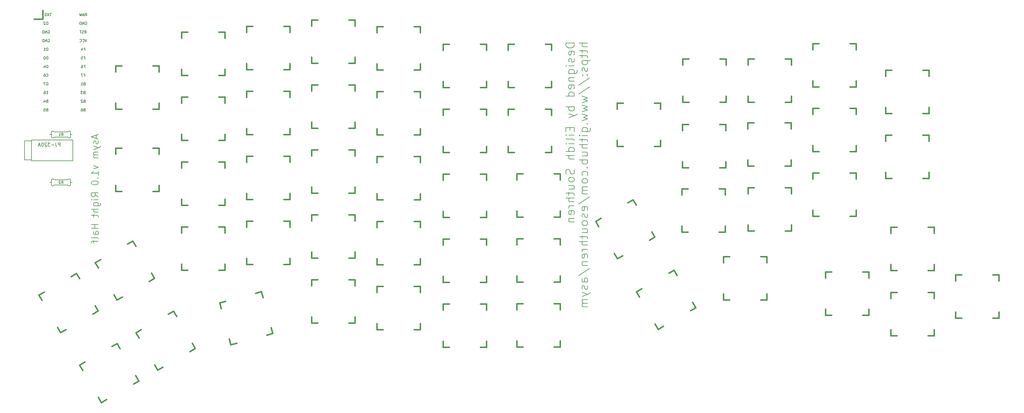
<source format=gbo>
%TF.GenerationSoftware,KiCad,Pcbnew,(5.1.10-1-10_14)*%
%TF.CreationDate,2021-08-01T23:27:55+01:00*%
%TF.ProjectId,AsymRight,4173796d-5269-4676-9874-2e6b69636164,v1*%
%TF.SameCoordinates,Original*%
%TF.FileFunction,Legend,Bot*%
%TF.FilePolarity,Positive*%
%FSLAX46Y46*%
G04 Gerber Fmt 4.6, Leading zero omitted, Abs format (unit mm)*
G04 Created by KiCad (PCBNEW (5.1.10-1-10_14)) date 2021-08-01 23:27:55*
%MOMM*%
%LPD*%
G01*
G04 APERTURE LIST*
%ADD10C,0.150000*%
%ADD11C,0.381000*%
G04 APERTURE END LIST*
D10*
X46133333Y-78485714D02*
X46133333Y-79438095D01*
X46704761Y-78295238D02*
X44704761Y-78961904D01*
X46704761Y-79628571D01*
X46609523Y-80200000D02*
X46704761Y-80390476D01*
X46704761Y-80771428D01*
X46609523Y-80961904D01*
X46419047Y-81057142D01*
X46323809Y-81057142D01*
X46133333Y-80961904D01*
X46038095Y-80771428D01*
X46038095Y-80485714D01*
X45942857Y-80295238D01*
X45752380Y-80200000D01*
X45657142Y-80200000D01*
X45466666Y-80295238D01*
X45371428Y-80485714D01*
X45371428Y-80771428D01*
X45466666Y-80961904D01*
X45371428Y-81723809D02*
X46704761Y-82200000D01*
X45371428Y-82676190D02*
X46704761Y-82200000D01*
X47180952Y-82009523D01*
X47276190Y-81914285D01*
X47371428Y-81723809D01*
X46704761Y-83438095D02*
X45371428Y-83438095D01*
X45561904Y-83438095D02*
X45466666Y-83533333D01*
X45371428Y-83723809D01*
X45371428Y-84009523D01*
X45466666Y-84200000D01*
X45657142Y-84295238D01*
X46704761Y-84295238D01*
X45657142Y-84295238D02*
X45466666Y-84390476D01*
X45371428Y-84580952D01*
X45371428Y-84866666D01*
X45466666Y-85057142D01*
X45657142Y-85152380D01*
X46704761Y-85152380D01*
X45371428Y-87438095D02*
X46704761Y-87914285D01*
X45371428Y-88390476D01*
X46704761Y-90200000D02*
X46704761Y-89057142D01*
X46704761Y-89628571D02*
X44704761Y-89628571D01*
X44990476Y-89438095D01*
X45180952Y-89247619D01*
X45276190Y-89057142D01*
X46514285Y-91057142D02*
X46609523Y-91152380D01*
X46704761Y-91057142D01*
X46609523Y-90961904D01*
X46514285Y-91057142D01*
X46704761Y-91057142D01*
X44704761Y-92390476D02*
X44704761Y-92580952D01*
X44800000Y-92771428D01*
X44895238Y-92866666D01*
X45085714Y-92961904D01*
X45466666Y-93057142D01*
X45942857Y-93057142D01*
X46323809Y-92961904D01*
X46514285Y-92866666D01*
X46609523Y-92771428D01*
X46704761Y-92580952D01*
X46704761Y-92390476D01*
X46609523Y-92200000D01*
X46514285Y-92104761D01*
X46323809Y-92009523D01*
X45942857Y-91914285D01*
X45466666Y-91914285D01*
X45085714Y-92009523D01*
X44895238Y-92104761D01*
X44800000Y-92200000D01*
X44704761Y-92390476D01*
X46704761Y-96580952D02*
X45752380Y-95914285D01*
X46704761Y-95438095D02*
X44704761Y-95438095D01*
X44704761Y-96200000D01*
X44800000Y-96390476D01*
X44895238Y-96485714D01*
X45085714Y-96580952D01*
X45371428Y-96580952D01*
X45561904Y-96485714D01*
X45657142Y-96390476D01*
X45752380Y-96200000D01*
X45752380Y-95438095D01*
X46704761Y-97438095D02*
X45371428Y-97438095D01*
X44704761Y-97438095D02*
X44800000Y-97342857D01*
X44895238Y-97438095D01*
X44800000Y-97533333D01*
X44704761Y-97438095D01*
X44895238Y-97438095D01*
X45371428Y-99247619D02*
X46990476Y-99247619D01*
X47180952Y-99152380D01*
X47276190Y-99057142D01*
X47371428Y-98866666D01*
X47371428Y-98580952D01*
X47276190Y-98390476D01*
X46609523Y-99247619D02*
X46704761Y-99057142D01*
X46704761Y-98676190D01*
X46609523Y-98485714D01*
X46514285Y-98390476D01*
X46323809Y-98295238D01*
X45752380Y-98295238D01*
X45561904Y-98390476D01*
X45466666Y-98485714D01*
X45371428Y-98676190D01*
X45371428Y-99057142D01*
X45466666Y-99247619D01*
X46704761Y-100200000D02*
X44704761Y-100200000D01*
X46704761Y-101057142D02*
X45657142Y-101057142D01*
X45466666Y-100961904D01*
X45371428Y-100771428D01*
X45371428Y-100485714D01*
X45466666Y-100295238D01*
X45561904Y-100200000D01*
X45371428Y-101723809D02*
X45371428Y-102485714D01*
X44704761Y-102009523D02*
X46419047Y-102009523D01*
X46609523Y-102104761D01*
X46704761Y-102295238D01*
X46704761Y-102485714D01*
X46704761Y-104676190D02*
X44704761Y-104676190D01*
X45657142Y-104676190D02*
X45657142Y-105819047D01*
X46704761Y-105819047D02*
X44704761Y-105819047D01*
X46704761Y-107628571D02*
X45657142Y-107628571D01*
X45466666Y-107533333D01*
X45371428Y-107342857D01*
X45371428Y-106961904D01*
X45466666Y-106771428D01*
X46609523Y-107628571D02*
X46704761Y-107438095D01*
X46704761Y-106961904D01*
X46609523Y-106771428D01*
X46419047Y-106676190D01*
X46228571Y-106676190D01*
X46038095Y-106771428D01*
X45942857Y-106961904D01*
X45942857Y-107438095D01*
X45847619Y-107628571D01*
X46704761Y-108866666D02*
X46609523Y-108676190D01*
X46419047Y-108580952D01*
X44704761Y-108580952D01*
X45371428Y-109342857D02*
X45371428Y-110104761D01*
X46704761Y-109628571D02*
X44990476Y-109628571D01*
X44800000Y-109723809D01*
X44704761Y-109914285D01*
X44704761Y-110104761D01*
X186170952Y-51482738D02*
X183670952Y-51482738D01*
X183670952Y-52077976D01*
X183790000Y-52435119D01*
X184028095Y-52673214D01*
X184266190Y-52792261D01*
X184742380Y-52911309D01*
X185099523Y-52911309D01*
X185575714Y-52792261D01*
X185813809Y-52673214D01*
X186051904Y-52435119D01*
X186170952Y-52077976D01*
X186170952Y-51482738D01*
X186051904Y-54935119D02*
X186170952Y-54697023D01*
X186170952Y-54220833D01*
X186051904Y-53982738D01*
X185813809Y-53863690D01*
X184861428Y-53863690D01*
X184623333Y-53982738D01*
X184504285Y-54220833D01*
X184504285Y-54697023D01*
X184623333Y-54935119D01*
X184861428Y-55054166D01*
X185099523Y-55054166D01*
X185337619Y-53863690D01*
X186051904Y-56006547D02*
X186170952Y-56244642D01*
X186170952Y-56720833D01*
X186051904Y-56958928D01*
X185813809Y-57077976D01*
X185694761Y-57077976D01*
X185456666Y-56958928D01*
X185337619Y-56720833D01*
X185337619Y-56363690D01*
X185218571Y-56125595D01*
X184980476Y-56006547D01*
X184861428Y-56006547D01*
X184623333Y-56125595D01*
X184504285Y-56363690D01*
X184504285Y-56720833D01*
X184623333Y-56958928D01*
X186170952Y-58149404D02*
X184504285Y-58149404D01*
X183670952Y-58149404D02*
X183790000Y-58030357D01*
X183909047Y-58149404D01*
X183790000Y-58268452D01*
X183670952Y-58149404D01*
X183909047Y-58149404D01*
X184504285Y-60411309D02*
X186528095Y-60411309D01*
X186766190Y-60292261D01*
X186885238Y-60173214D01*
X187004285Y-59935119D01*
X187004285Y-59577976D01*
X186885238Y-59339880D01*
X186051904Y-60411309D02*
X186170952Y-60173214D01*
X186170952Y-59697023D01*
X186051904Y-59458928D01*
X185932857Y-59339880D01*
X185694761Y-59220833D01*
X184980476Y-59220833D01*
X184742380Y-59339880D01*
X184623333Y-59458928D01*
X184504285Y-59697023D01*
X184504285Y-60173214D01*
X184623333Y-60411309D01*
X184504285Y-61601785D02*
X186170952Y-61601785D01*
X184742380Y-61601785D02*
X184623333Y-61720833D01*
X184504285Y-61958928D01*
X184504285Y-62316071D01*
X184623333Y-62554166D01*
X184861428Y-62673214D01*
X186170952Y-62673214D01*
X186051904Y-64816071D02*
X186170952Y-64577976D01*
X186170952Y-64101785D01*
X186051904Y-63863690D01*
X185813809Y-63744642D01*
X184861428Y-63744642D01*
X184623333Y-63863690D01*
X184504285Y-64101785D01*
X184504285Y-64577976D01*
X184623333Y-64816071D01*
X184861428Y-64935119D01*
X185099523Y-64935119D01*
X185337619Y-63744642D01*
X186170952Y-67077976D02*
X183670952Y-67077976D01*
X186051904Y-67077976D02*
X186170952Y-66839880D01*
X186170952Y-66363690D01*
X186051904Y-66125595D01*
X185932857Y-66006547D01*
X185694761Y-65887500D01*
X184980476Y-65887500D01*
X184742380Y-66006547D01*
X184623333Y-66125595D01*
X184504285Y-66363690D01*
X184504285Y-66839880D01*
X184623333Y-67077976D01*
X186170952Y-70173214D02*
X183670952Y-70173214D01*
X184623333Y-70173214D02*
X184504285Y-70411309D01*
X184504285Y-70887500D01*
X184623333Y-71125595D01*
X184742380Y-71244642D01*
X184980476Y-71363690D01*
X185694761Y-71363690D01*
X185932857Y-71244642D01*
X186051904Y-71125595D01*
X186170952Y-70887500D01*
X186170952Y-70411309D01*
X186051904Y-70173214D01*
X184504285Y-72197023D02*
X186170952Y-72792261D01*
X184504285Y-73387500D02*
X186170952Y-72792261D01*
X186766190Y-72554166D01*
X186885238Y-72435119D01*
X187004285Y-72197023D01*
X184861428Y-76244642D02*
X184861428Y-77077976D01*
X186170952Y-77435119D02*
X186170952Y-76244642D01*
X183670952Y-76244642D01*
X183670952Y-77435119D01*
X186170952Y-78506547D02*
X184504285Y-78506547D01*
X183670952Y-78506547D02*
X183790000Y-78387500D01*
X183909047Y-78506547D01*
X183790000Y-78625595D01*
X183670952Y-78506547D01*
X183909047Y-78506547D01*
X186170952Y-80054166D02*
X186051904Y-79816071D01*
X185813809Y-79697023D01*
X183670952Y-79697023D01*
X186170952Y-81006547D02*
X184504285Y-81006547D01*
X183670952Y-81006547D02*
X183790000Y-80887500D01*
X183909047Y-81006547D01*
X183790000Y-81125595D01*
X183670952Y-81006547D01*
X183909047Y-81006547D01*
X186170952Y-83268452D02*
X183670952Y-83268452D01*
X186051904Y-83268452D02*
X186170952Y-83030357D01*
X186170952Y-82554166D01*
X186051904Y-82316071D01*
X185932857Y-82197023D01*
X185694761Y-82077976D01*
X184980476Y-82077976D01*
X184742380Y-82197023D01*
X184623333Y-82316071D01*
X184504285Y-82554166D01*
X184504285Y-83030357D01*
X184623333Y-83268452D01*
X186170952Y-84458928D02*
X183670952Y-84458928D01*
X186170952Y-85530357D02*
X184861428Y-85530357D01*
X184623333Y-85411309D01*
X184504285Y-85173214D01*
X184504285Y-84816071D01*
X184623333Y-84577976D01*
X184742380Y-84458928D01*
X186051904Y-88506547D02*
X186170952Y-88863690D01*
X186170952Y-89458928D01*
X186051904Y-89697023D01*
X185932857Y-89816071D01*
X185694761Y-89935119D01*
X185456666Y-89935119D01*
X185218571Y-89816071D01*
X185099523Y-89697023D01*
X184980476Y-89458928D01*
X184861428Y-88982738D01*
X184742380Y-88744642D01*
X184623333Y-88625595D01*
X184385238Y-88506547D01*
X184147142Y-88506547D01*
X183909047Y-88625595D01*
X183790000Y-88744642D01*
X183670952Y-88982738D01*
X183670952Y-89577976D01*
X183790000Y-89935119D01*
X186170952Y-91363690D02*
X186051904Y-91125595D01*
X185932857Y-91006547D01*
X185694761Y-90887500D01*
X184980476Y-90887500D01*
X184742380Y-91006547D01*
X184623333Y-91125595D01*
X184504285Y-91363690D01*
X184504285Y-91720833D01*
X184623333Y-91958928D01*
X184742380Y-92077976D01*
X184980476Y-92197023D01*
X185694761Y-92197023D01*
X185932857Y-92077976D01*
X186051904Y-91958928D01*
X186170952Y-91720833D01*
X186170952Y-91363690D01*
X184504285Y-94339880D02*
X186170952Y-94339880D01*
X184504285Y-93268452D02*
X185813809Y-93268452D01*
X186051904Y-93387500D01*
X186170952Y-93625595D01*
X186170952Y-93982738D01*
X186051904Y-94220833D01*
X185932857Y-94339880D01*
X184504285Y-95173214D02*
X184504285Y-96125595D01*
X183670952Y-95530357D02*
X185813809Y-95530357D01*
X186051904Y-95649404D01*
X186170952Y-95887500D01*
X186170952Y-96125595D01*
X186170952Y-96958928D02*
X183670952Y-96958928D01*
X186170952Y-98030357D02*
X184861428Y-98030357D01*
X184623333Y-97911309D01*
X184504285Y-97673214D01*
X184504285Y-97316071D01*
X184623333Y-97077976D01*
X184742380Y-96958928D01*
X186170952Y-99220833D02*
X184504285Y-99220833D01*
X184980476Y-99220833D02*
X184742380Y-99339880D01*
X184623333Y-99458928D01*
X184504285Y-99697023D01*
X184504285Y-99935119D01*
X186051904Y-101720833D02*
X186170952Y-101482738D01*
X186170952Y-101006547D01*
X186051904Y-100768452D01*
X185813809Y-100649404D01*
X184861428Y-100649404D01*
X184623333Y-100768452D01*
X184504285Y-101006547D01*
X184504285Y-101482738D01*
X184623333Y-101720833D01*
X184861428Y-101839880D01*
X185099523Y-101839880D01*
X185337619Y-100649404D01*
X184504285Y-102911309D02*
X186170952Y-102911309D01*
X184742380Y-102911309D02*
X184623333Y-103030357D01*
X184504285Y-103268452D01*
X184504285Y-103625595D01*
X184623333Y-103863690D01*
X184861428Y-103982738D01*
X186170952Y-103982738D01*
X190070952Y-51482738D02*
X187570952Y-51482738D01*
X190070952Y-52554166D02*
X188761428Y-52554166D01*
X188523333Y-52435119D01*
X188404285Y-52197023D01*
X188404285Y-51839880D01*
X188523333Y-51601785D01*
X188642380Y-51482738D01*
X188404285Y-53387500D02*
X188404285Y-54339880D01*
X187570952Y-53744642D02*
X189713809Y-53744642D01*
X189951904Y-53863690D01*
X190070952Y-54101785D01*
X190070952Y-54339880D01*
X188404285Y-54816071D02*
X188404285Y-55768452D01*
X187570952Y-55173214D02*
X189713809Y-55173214D01*
X189951904Y-55292261D01*
X190070952Y-55530357D01*
X190070952Y-55768452D01*
X188404285Y-56601785D02*
X190904285Y-56601785D01*
X188523333Y-56601785D02*
X188404285Y-56839880D01*
X188404285Y-57316071D01*
X188523333Y-57554166D01*
X188642380Y-57673214D01*
X188880476Y-57792261D01*
X189594761Y-57792261D01*
X189832857Y-57673214D01*
X189951904Y-57554166D01*
X190070952Y-57316071D01*
X190070952Y-56839880D01*
X189951904Y-56601785D01*
X189951904Y-58744642D02*
X190070952Y-58982738D01*
X190070952Y-59458928D01*
X189951904Y-59697023D01*
X189713809Y-59816071D01*
X189594761Y-59816071D01*
X189356666Y-59697023D01*
X189237619Y-59458928D01*
X189237619Y-59101785D01*
X189118571Y-58863690D01*
X188880476Y-58744642D01*
X188761428Y-58744642D01*
X188523333Y-58863690D01*
X188404285Y-59101785D01*
X188404285Y-59458928D01*
X188523333Y-59697023D01*
X189832857Y-60887500D02*
X189951904Y-61006547D01*
X190070952Y-60887500D01*
X189951904Y-60768452D01*
X189832857Y-60887500D01*
X190070952Y-60887500D01*
X188523333Y-60887500D02*
X188642380Y-61006547D01*
X188761428Y-60887500D01*
X188642380Y-60768452D01*
X188523333Y-60887500D01*
X188761428Y-60887500D01*
X187451904Y-63863690D02*
X190666190Y-61720833D01*
X187451904Y-66482738D02*
X190666190Y-64339880D01*
X188404285Y-67077976D02*
X190070952Y-67554166D01*
X188880476Y-68030357D01*
X190070952Y-68506547D01*
X188404285Y-68982738D01*
X188404285Y-69697023D02*
X190070952Y-70173214D01*
X188880476Y-70649404D01*
X190070952Y-71125595D01*
X188404285Y-71601785D01*
X188404285Y-72316071D02*
X190070952Y-72792261D01*
X188880476Y-73268452D01*
X190070952Y-73744642D01*
X188404285Y-74220833D01*
X189832857Y-75173214D02*
X189951904Y-75292261D01*
X190070952Y-75173214D01*
X189951904Y-75054166D01*
X189832857Y-75173214D01*
X190070952Y-75173214D01*
X188404285Y-77435119D02*
X190428095Y-77435119D01*
X190666190Y-77316071D01*
X190785238Y-77197023D01*
X190904285Y-76958928D01*
X190904285Y-76601785D01*
X190785238Y-76363690D01*
X189951904Y-77435119D02*
X190070952Y-77197023D01*
X190070952Y-76720833D01*
X189951904Y-76482738D01*
X189832857Y-76363690D01*
X189594761Y-76244642D01*
X188880476Y-76244642D01*
X188642380Y-76363690D01*
X188523333Y-76482738D01*
X188404285Y-76720833D01*
X188404285Y-77197023D01*
X188523333Y-77435119D01*
X190070952Y-78625595D02*
X188404285Y-78625595D01*
X187570952Y-78625595D02*
X187690000Y-78506547D01*
X187809047Y-78625595D01*
X187690000Y-78744642D01*
X187570952Y-78625595D01*
X187809047Y-78625595D01*
X188404285Y-79458928D02*
X188404285Y-80411309D01*
X187570952Y-79816071D02*
X189713809Y-79816071D01*
X189951904Y-79935119D01*
X190070952Y-80173214D01*
X190070952Y-80411309D01*
X190070952Y-81244642D02*
X187570952Y-81244642D01*
X190070952Y-82316071D02*
X188761428Y-82316071D01*
X188523333Y-82197023D01*
X188404285Y-81958928D01*
X188404285Y-81601785D01*
X188523333Y-81363690D01*
X188642380Y-81244642D01*
X188404285Y-84577976D02*
X190070952Y-84577976D01*
X188404285Y-83506547D02*
X189713809Y-83506547D01*
X189951904Y-83625595D01*
X190070952Y-83863690D01*
X190070952Y-84220833D01*
X189951904Y-84458928D01*
X189832857Y-84577976D01*
X190070952Y-85768452D02*
X187570952Y-85768452D01*
X188523333Y-85768452D02*
X188404285Y-86006547D01*
X188404285Y-86482738D01*
X188523333Y-86720833D01*
X188642380Y-86839880D01*
X188880476Y-86958928D01*
X189594761Y-86958928D01*
X189832857Y-86839880D01*
X189951904Y-86720833D01*
X190070952Y-86482738D01*
X190070952Y-86006547D01*
X189951904Y-85768452D01*
X189832857Y-88030357D02*
X189951904Y-88149404D01*
X190070952Y-88030357D01*
X189951904Y-87911309D01*
X189832857Y-88030357D01*
X190070952Y-88030357D01*
X189951904Y-90292261D02*
X190070952Y-90054166D01*
X190070952Y-89577976D01*
X189951904Y-89339880D01*
X189832857Y-89220833D01*
X189594761Y-89101785D01*
X188880476Y-89101785D01*
X188642380Y-89220833D01*
X188523333Y-89339880D01*
X188404285Y-89577976D01*
X188404285Y-90054166D01*
X188523333Y-90292261D01*
X190070952Y-91720833D02*
X189951904Y-91482738D01*
X189832857Y-91363690D01*
X189594761Y-91244642D01*
X188880476Y-91244642D01*
X188642380Y-91363690D01*
X188523333Y-91482738D01*
X188404285Y-91720833D01*
X188404285Y-92077976D01*
X188523333Y-92316071D01*
X188642380Y-92435119D01*
X188880476Y-92554166D01*
X189594761Y-92554166D01*
X189832857Y-92435119D01*
X189951904Y-92316071D01*
X190070952Y-92077976D01*
X190070952Y-91720833D01*
X190070952Y-93625595D02*
X188404285Y-93625595D01*
X188642380Y-93625595D02*
X188523333Y-93744642D01*
X188404285Y-93982738D01*
X188404285Y-94339880D01*
X188523333Y-94577976D01*
X188761428Y-94697023D01*
X190070952Y-94697023D01*
X188761428Y-94697023D02*
X188523333Y-94816071D01*
X188404285Y-95054166D01*
X188404285Y-95411309D01*
X188523333Y-95649404D01*
X188761428Y-95768452D01*
X190070952Y-95768452D01*
X187451904Y-98744642D02*
X190666190Y-96601785D01*
X189951904Y-100530357D02*
X190070952Y-100292261D01*
X190070952Y-99816071D01*
X189951904Y-99577976D01*
X189713809Y-99458928D01*
X188761428Y-99458928D01*
X188523333Y-99577976D01*
X188404285Y-99816071D01*
X188404285Y-100292261D01*
X188523333Y-100530357D01*
X188761428Y-100649404D01*
X188999523Y-100649404D01*
X189237619Y-99458928D01*
X189951904Y-101601785D02*
X190070952Y-101839880D01*
X190070952Y-102316071D01*
X189951904Y-102554166D01*
X189713809Y-102673214D01*
X189594761Y-102673214D01*
X189356666Y-102554166D01*
X189237619Y-102316071D01*
X189237619Y-101958928D01*
X189118571Y-101720833D01*
X188880476Y-101601785D01*
X188761428Y-101601785D01*
X188523333Y-101720833D01*
X188404285Y-101958928D01*
X188404285Y-102316071D01*
X188523333Y-102554166D01*
X190070952Y-104101785D02*
X189951904Y-103863690D01*
X189832857Y-103744642D01*
X189594761Y-103625595D01*
X188880476Y-103625595D01*
X188642380Y-103744642D01*
X188523333Y-103863690D01*
X188404285Y-104101785D01*
X188404285Y-104458928D01*
X188523333Y-104697023D01*
X188642380Y-104816071D01*
X188880476Y-104935119D01*
X189594761Y-104935119D01*
X189832857Y-104816071D01*
X189951904Y-104697023D01*
X190070952Y-104458928D01*
X190070952Y-104101785D01*
X188404285Y-107077976D02*
X190070952Y-107077976D01*
X188404285Y-106006547D02*
X189713809Y-106006547D01*
X189951904Y-106125595D01*
X190070952Y-106363690D01*
X190070952Y-106720833D01*
X189951904Y-106958928D01*
X189832857Y-107077976D01*
X188404285Y-107911309D02*
X188404285Y-108863690D01*
X187570952Y-108268452D02*
X189713809Y-108268452D01*
X189951904Y-108387500D01*
X190070952Y-108625595D01*
X190070952Y-108863690D01*
X190070952Y-109697023D02*
X187570952Y-109697023D01*
X190070952Y-110768452D02*
X188761428Y-110768452D01*
X188523333Y-110649404D01*
X188404285Y-110411309D01*
X188404285Y-110054166D01*
X188523333Y-109816071D01*
X188642380Y-109697023D01*
X190070952Y-111958928D02*
X188404285Y-111958928D01*
X188880476Y-111958928D02*
X188642380Y-112077976D01*
X188523333Y-112197023D01*
X188404285Y-112435119D01*
X188404285Y-112673214D01*
X189951904Y-114458928D02*
X190070952Y-114220833D01*
X190070952Y-113744642D01*
X189951904Y-113506547D01*
X189713809Y-113387500D01*
X188761428Y-113387500D01*
X188523333Y-113506547D01*
X188404285Y-113744642D01*
X188404285Y-114220833D01*
X188523333Y-114458928D01*
X188761428Y-114577976D01*
X188999523Y-114577976D01*
X189237619Y-113387500D01*
X188404285Y-115649404D02*
X190070952Y-115649404D01*
X188642380Y-115649404D02*
X188523333Y-115768452D01*
X188404285Y-116006547D01*
X188404285Y-116363690D01*
X188523333Y-116601785D01*
X188761428Y-116720833D01*
X190070952Y-116720833D01*
X187451904Y-119697023D02*
X190666190Y-117554166D01*
X190070952Y-121601785D02*
X188761428Y-121601785D01*
X188523333Y-121482738D01*
X188404285Y-121244642D01*
X188404285Y-120768452D01*
X188523333Y-120530357D01*
X189951904Y-121601785D02*
X190070952Y-121363690D01*
X190070952Y-120768452D01*
X189951904Y-120530357D01*
X189713809Y-120411309D01*
X189475714Y-120411309D01*
X189237619Y-120530357D01*
X189118571Y-120768452D01*
X189118571Y-121363690D01*
X188999523Y-121601785D01*
X189951904Y-122673214D02*
X190070952Y-122911309D01*
X190070952Y-123387500D01*
X189951904Y-123625595D01*
X189713809Y-123744642D01*
X189594761Y-123744642D01*
X189356666Y-123625595D01*
X189237619Y-123387500D01*
X189237619Y-123030357D01*
X189118571Y-122792261D01*
X188880476Y-122673214D01*
X188761428Y-122673214D01*
X188523333Y-122792261D01*
X188404285Y-123030357D01*
X188404285Y-123387500D01*
X188523333Y-123625595D01*
X188404285Y-124577976D02*
X190070952Y-125173214D01*
X188404285Y-125768452D02*
X190070952Y-125173214D01*
X190666190Y-124935119D01*
X190785238Y-124816071D01*
X190904285Y-124577976D01*
X190070952Y-126720833D02*
X188404285Y-126720833D01*
X188642380Y-126720833D02*
X188523333Y-126839880D01*
X188404285Y-127077976D01*
X188404285Y-127435119D01*
X188523333Y-127673214D01*
X188761428Y-127792261D01*
X190070952Y-127792261D01*
X188761428Y-127792261D02*
X188523333Y-127911309D01*
X188404285Y-128149404D01*
X188404285Y-128506547D01*
X188523333Y-128744642D01*
X188761428Y-128863690D01*
X190070952Y-128863690D01*
D11*
%TO.C,K41*%
X231588316Y-126782299D02*
X229810316Y-126782299D01*
X229810316Y-126782299D02*
X229810316Y-125004299D01*
X229810316Y-115860299D02*
X229810316Y-114082299D01*
X229810316Y-114082299D02*
X231588316Y-114082299D01*
X242510316Y-115860299D02*
X242510316Y-114082299D01*
X242510316Y-114082299D02*
X240732316Y-114082299D01*
X242510316Y-125004299D02*
X242510316Y-126782299D01*
X242510316Y-126782299D02*
X240732316Y-126782299D01*
%TO.C,K22*%
X53695532Y-125965261D02*
X52155739Y-126854261D01*
X52155739Y-126854261D02*
X51266739Y-125314468D01*
X46694739Y-117395532D02*
X45805739Y-115855739D01*
X45805739Y-115855739D02*
X47345532Y-114966739D01*
X57693261Y-111045532D02*
X56804261Y-109505739D01*
X56804261Y-109505739D02*
X55264468Y-110394739D01*
X62265261Y-118964468D02*
X63154261Y-120504261D01*
X63154261Y-120504261D02*
X61614468Y-121393261D01*
%TO.C,K52*%
X261508000Y-131290000D02*
X259730000Y-131290000D01*
X259730000Y-131290000D02*
X259730000Y-129512000D01*
X259730000Y-120368000D02*
X259730000Y-118590000D01*
X259730000Y-118590000D02*
X261508000Y-118590000D01*
X272430000Y-120368000D02*
X272430000Y-118590000D01*
X272430000Y-118590000D02*
X270652000Y-118590000D01*
X272430000Y-129512000D02*
X272430000Y-131290000D01*
X272430000Y-131290000D02*
X270652000Y-131290000D01*
%TO.C,K8*%
X219710000Y-68834000D02*
X217932000Y-68834000D01*
X217932000Y-68834000D02*
X217932000Y-67056000D01*
X217932000Y-57912000D02*
X217932000Y-56134000D01*
X217932000Y-56134000D02*
X219710000Y-56134000D01*
X230632000Y-57912000D02*
X230632000Y-56134000D01*
X230632000Y-56134000D02*
X228854000Y-56134000D01*
X230632000Y-67056000D02*
X230632000Y-68834000D01*
X230632000Y-68834000D02*
X228854000Y-68834000D01*
%TO.C,K23*%
X72898000Y-99060000D02*
X71120000Y-99060000D01*
X71120000Y-99060000D02*
X71120000Y-97282000D01*
X71120000Y-88138000D02*
X71120000Y-86360000D01*
X71120000Y-86360000D02*
X72898000Y-86360000D01*
X83820000Y-88138000D02*
X83820000Y-86360000D01*
X83820000Y-86360000D02*
X82042000Y-86360000D01*
X83820000Y-97282000D02*
X83820000Y-99060000D01*
X83820000Y-99060000D02*
X82042000Y-99060000D01*
%TO.C,K53*%
X280663000Y-137305000D02*
X278885000Y-137305000D01*
X278885000Y-137305000D02*
X278885000Y-135527000D01*
X278885000Y-126383000D02*
X278885000Y-124605000D01*
X278885000Y-124605000D02*
X280663000Y-124605000D01*
X291585000Y-126383000D02*
X291585000Y-124605000D01*
X291585000Y-124605000D02*
X289807000Y-124605000D01*
X291585000Y-135527000D02*
X291585000Y-137305000D01*
X291585000Y-137305000D02*
X289807000Y-137305000D01*
%TO.C,K28*%
X171078000Y-102475000D02*
X169300000Y-102475000D01*
X169300000Y-102475000D02*
X169300000Y-100697000D01*
X169300000Y-91553000D02*
X169300000Y-89775000D01*
X169300000Y-89775000D02*
X171078000Y-89775000D01*
X182000000Y-91553000D02*
X182000000Y-89775000D01*
X182000000Y-89775000D02*
X180222000Y-89775000D01*
X182000000Y-100697000D02*
X182000000Y-102475000D01*
X182000000Y-102475000D02*
X180222000Y-102475000D01*
%TO.C,K43*%
X280613000Y-118205000D02*
X278835000Y-118205000D01*
X278835000Y-118205000D02*
X278835000Y-116427000D01*
X278835000Y-107283000D02*
X278835000Y-105505000D01*
X278835000Y-105505000D02*
X280613000Y-105505000D01*
X291535000Y-107283000D02*
X291535000Y-105505000D01*
X291535000Y-105505000D02*
X289757000Y-105505000D01*
X291535000Y-116427000D02*
X291535000Y-118205000D01*
X291535000Y-118205000D02*
X289757000Y-118205000D01*
%TO.C,K29*%
X219456000Y-106934000D02*
X217678000Y-106934000D01*
X217678000Y-106934000D02*
X217678000Y-105156000D01*
X217678000Y-96012000D02*
X217678000Y-94234000D01*
X217678000Y-94234000D02*
X219456000Y-94234000D01*
X230378000Y-96012000D02*
X230378000Y-94234000D01*
X230378000Y-94234000D02*
X228600000Y-94234000D01*
X230378000Y-105156000D02*
X230378000Y-106934000D01*
X230378000Y-106934000D02*
X228600000Y-106934000D01*
%TO.C,K0*%
X53608000Y-70890000D02*
X51830000Y-70890000D01*
X51830000Y-70890000D02*
X51830000Y-69112000D01*
X51830000Y-59968000D02*
X51830000Y-58190000D01*
X51830000Y-58190000D02*
X53608000Y-58190000D01*
X64530000Y-59968000D02*
X64530000Y-58190000D01*
X64530000Y-58190000D02*
X62752000Y-58190000D01*
X64530000Y-69112000D02*
X64530000Y-70890000D01*
X64530000Y-70890000D02*
X62752000Y-70890000D01*
%TO.C,K1*%
X72898000Y-60960000D02*
X71120000Y-60960000D01*
X71120000Y-60960000D02*
X71120000Y-59182000D01*
X71120000Y-50038000D02*
X71120000Y-48260000D01*
X71120000Y-48260000D02*
X72898000Y-48260000D01*
X83820000Y-50038000D02*
X83820000Y-48260000D01*
X83820000Y-48260000D02*
X82042000Y-48260000D01*
X83820000Y-59182000D02*
X83820000Y-60960000D01*
X83820000Y-60960000D02*
X82042000Y-60960000D01*
%TO.C,K2*%
X91948000Y-59280000D02*
X90170000Y-59280000D01*
X90170000Y-59280000D02*
X90170000Y-57502000D01*
X90170000Y-48358000D02*
X90170000Y-46580000D01*
X90170000Y-46580000D02*
X91948000Y-46580000D01*
X102870000Y-48358000D02*
X102870000Y-46580000D01*
X102870000Y-46580000D02*
X101092000Y-46580000D01*
X102870000Y-57502000D02*
X102870000Y-59280000D01*
X102870000Y-59280000D02*
X101092000Y-59280000D01*
%TO.C,K3*%
X110998000Y-57370000D02*
X109220000Y-57370000D01*
X109220000Y-57370000D02*
X109220000Y-55592000D01*
X109220000Y-46448000D02*
X109220000Y-44670000D01*
X109220000Y-44670000D02*
X110998000Y-44670000D01*
X121920000Y-46448000D02*
X121920000Y-44670000D01*
X121920000Y-44670000D02*
X120142000Y-44670000D01*
X121920000Y-55592000D02*
X121920000Y-57370000D01*
X121920000Y-57370000D02*
X120142000Y-57370000D01*
%TO.C,K4*%
X130098000Y-59330000D02*
X128320000Y-59330000D01*
X128320000Y-59330000D02*
X128320000Y-57552000D01*
X128320000Y-48408000D02*
X128320000Y-46630000D01*
X128320000Y-46630000D02*
X130098000Y-46630000D01*
X141020000Y-48408000D02*
X141020000Y-46630000D01*
X141020000Y-46630000D02*
X139242000Y-46630000D01*
X141020000Y-57552000D02*
X141020000Y-59330000D01*
X141020000Y-59330000D02*
X139242000Y-59330000D01*
%TO.C,K5*%
X149528000Y-64500000D02*
X147750000Y-64500000D01*
X147750000Y-64500000D02*
X147750000Y-62722000D01*
X147750000Y-53578000D02*
X147750000Y-51800000D01*
X147750000Y-51800000D02*
X149528000Y-51800000D01*
X160450000Y-53578000D02*
X160450000Y-51800000D01*
X160450000Y-51800000D02*
X158672000Y-51800000D01*
X160450000Y-62722000D02*
X160450000Y-64500000D01*
X160450000Y-64500000D02*
X158672000Y-64500000D01*
%TO.C,K6*%
X168578000Y-64500000D02*
X166800000Y-64500000D01*
X166800000Y-64500000D02*
X166800000Y-62722000D01*
X166800000Y-53578000D02*
X166800000Y-51800000D01*
X166800000Y-51800000D02*
X168578000Y-51800000D01*
X179500000Y-53578000D02*
X179500000Y-51800000D01*
X179500000Y-51800000D02*
X177722000Y-51800000D01*
X179500000Y-62722000D02*
X179500000Y-64500000D01*
X179500000Y-64500000D02*
X177722000Y-64500000D01*
%TO.C,K9*%
X238843000Y-68790000D02*
X237065000Y-68790000D01*
X237065000Y-68790000D02*
X237065000Y-67012000D01*
X237065000Y-57868000D02*
X237065000Y-56090000D01*
X237065000Y-56090000D02*
X238843000Y-56090000D01*
X249765000Y-57868000D02*
X249765000Y-56090000D01*
X249765000Y-56090000D02*
X247987000Y-56090000D01*
X249765000Y-67012000D02*
X249765000Y-68790000D01*
X249765000Y-68790000D02*
X247987000Y-68790000D01*
%TO.C,K12*%
X72898000Y-80010000D02*
X71120000Y-80010000D01*
X71120000Y-80010000D02*
X71120000Y-78232000D01*
X71120000Y-69088000D02*
X71120000Y-67310000D01*
X71120000Y-67310000D02*
X72898000Y-67310000D01*
X83820000Y-69088000D02*
X83820000Y-67310000D01*
X83820000Y-67310000D02*
X82042000Y-67310000D01*
X83820000Y-78232000D02*
X83820000Y-80010000D01*
X83820000Y-80010000D02*
X82042000Y-80010000D01*
%TO.C,K13*%
X91948000Y-78330000D02*
X90170000Y-78330000D01*
X90170000Y-78330000D02*
X90170000Y-76552000D01*
X90170000Y-67408000D02*
X90170000Y-65630000D01*
X90170000Y-65630000D02*
X91948000Y-65630000D01*
X102870000Y-67408000D02*
X102870000Y-65630000D01*
X102870000Y-65630000D02*
X101092000Y-65630000D01*
X102870000Y-76552000D02*
X102870000Y-78330000D01*
X102870000Y-78330000D02*
X101092000Y-78330000D01*
%TO.C,K14*%
X110998000Y-76420000D02*
X109220000Y-76420000D01*
X109220000Y-76420000D02*
X109220000Y-74642000D01*
X109220000Y-65498000D02*
X109220000Y-63720000D01*
X109220000Y-63720000D02*
X110998000Y-63720000D01*
X121920000Y-65498000D02*
X121920000Y-63720000D01*
X121920000Y-63720000D02*
X120142000Y-63720000D01*
X121920000Y-74642000D02*
X121920000Y-76420000D01*
X121920000Y-76420000D02*
X120142000Y-76420000D01*
%TO.C,K15*%
X130098000Y-78380000D02*
X128320000Y-78380000D01*
X128320000Y-78380000D02*
X128320000Y-76602000D01*
X128320000Y-67458000D02*
X128320000Y-65680000D01*
X128320000Y-65680000D02*
X130098000Y-65680000D01*
X141020000Y-67458000D02*
X141020000Y-65680000D01*
X141020000Y-65680000D02*
X139242000Y-65680000D01*
X141020000Y-76602000D02*
X141020000Y-78380000D01*
X141020000Y-78380000D02*
X139242000Y-78380000D01*
%TO.C,K16*%
X149528000Y-83550000D02*
X147750000Y-83550000D01*
X147750000Y-83550000D02*
X147750000Y-81772000D01*
X147750000Y-72628000D02*
X147750000Y-70850000D01*
X147750000Y-70850000D02*
X149528000Y-70850000D01*
X160450000Y-72628000D02*
X160450000Y-70850000D01*
X160450000Y-70850000D02*
X158672000Y-70850000D01*
X160450000Y-81772000D02*
X160450000Y-83550000D01*
X160450000Y-83550000D02*
X158672000Y-83550000D01*
%TO.C,K17*%
X168578000Y-83550000D02*
X166800000Y-83550000D01*
X166800000Y-83550000D02*
X166800000Y-81772000D01*
X166800000Y-72628000D02*
X166800000Y-70850000D01*
X166800000Y-70850000D02*
X168578000Y-70850000D01*
X179500000Y-72628000D02*
X179500000Y-70850000D01*
X179500000Y-70850000D02*
X177722000Y-70850000D01*
X179500000Y-81772000D02*
X179500000Y-83550000D01*
X179500000Y-83550000D02*
X177722000Y-83550000D01*
%TO.C,K18*%
X219583000Y-88000000D02*
X217805000Y-88000000D01*
X217805000Y-88000000D02*
X217805000Y-86222000D01*
X217805000Y-77078000D02*
X217805000Y-75300000D01*
X217805000Y-75300000D02*
X219583000Y-75300000D01*
X230505000Y-77078000D02*
X230505000Y-75300000D01*
X230505000Y-75300000D02*
X228727000Y-75300000D01*
X230505000Y-86222000D02*
X230505000Y-88000000D01*
X230505000Y-88000000D02*
X228727000Y-88000000D01*
%TO.C,K19*%
X238743000Y-87490000D02*
X236965000Y-87490000D01*
X236965000Y-87490000D02*
X236965000Y-85712000D01*
X236965000Y-76568000D02*
X236965000Y-74790000D01*
X236965000Y-74790000D02*
X238743000Y-74790000D01*
X249665000Y-76568000D02*
X249665000Y-74790000D01*
X249665000Y-74790000D02*
X247887000Y-74790000D01*
X249665000Y-85712000D02*
X249665000Y-87490000D01*
X249665000Y-87490000D02*
X247887000Y-87490000D01*
%TO.C,K20*%
X257793000Y-83290000D02*
X256015000Y-83290000D01*
X256015000Y-83290000D02*
X256015000Y-81512000D01*
X256015000Y-72368000D02*
X256015000Y-70590000D01*
X256015000Y-70590000D02*
X257793000Y-70590000D01*
X268715000Y-72368000D02*
X268715000Y-70590000D01*
X268715000Y-70590000D02*
X266937000Y-70590000D01*
X268715000Y-81512000D02*
X268715000Y-83290000D01*
X268715000Y-83290000D02*
X266937000Y-83290000D01*
%TO.C,K21*%
X257793000Y-64290000D02*
X256015000Y-64290000D01*
X256015000Y-64290000D02*
X256015000Y-62512000D01*
X256015000Y-53368000D02*
X256015000Y-51590000D01*
X256015000Y-51590000D02*
X257793000Y-51590000D01*
X268715000Y-53368000D02*
X268715000Y-51590000D01*
X268715000Y-51590000D02*
X266937000Y-51590000D01*
X268715000Y-62512000D02*
X268715000Y-64290000D01*
X268715000Y-64290000D02*
X266937000Y-64290000D01*
%TO.C,K24*%
X91948000Y-97380000D02*
X90170000Y-97380000D01*
X90170000Y-97380000D02*
X90170000Y-95602000D01*
X90170000Y-86458000D02*
X90170000Y-84680000D01*
X90170000Y-84680000D02*
X91948000Y-84680000D01*
X102870000Y-86458000D02*
X102870000Y-84680000D01*
X102870000Y-84680000D02*
X101092000Y-84680000D01*
X102870000Y-95602000D02*
X102870000Y-97380000D01*
X102870000Y-97380000D02*
X101092000Y-97380000D01*
%TO.C,K25*%
X110998000Y-95470000D02*
X109220000Y-95470000D01*
X109220000Y-95470000D02*
X109220000Y-93692000D01*
X109220000Y-84548000D02*
X109220000Y-82770000D01*
X109220000Y-82770000D02*
X110998000Y-82770000D01*
X121920000Y-84548000D02*
X121920000Y-82770000D01*
X121920000Y-82770000D02*
X120142000Y-82770000D01*
X121920000Y-93692000D02*
X121920000Y-95470000D01*
X121920000Y-95470000D02*
X120142000Y-95470000D01*
%TO.C,K26*%
X130098000Y-97430000D02*
X128320000Y-97430000D01*
X128320000Y-97430000D02*
X128320000Y-95652000D01*
X128320000Y-86508000D02*
X128320000Y-84730000D01*
X128320000Y-84730000D02*
X130098000Y-84730000D01*
X141020000Y-86508000D02*
X141020000Y-84730000D01*
X141020000Y-84730000D02*
X139242000Y-84730000D01*
X141020000Y-95652000D02*
X141020000Y-97430000D01*
X141020000Y-97430000D02*
X139242000Y-97430000D01*
%TO.C,K27*%
X149528000Y-102600000D02*
X147750000Y-102600000D01*
X147750000Y-102600000D02*
X147750000Y-100822000D01*
X147750000Y-91678000D02*
X147750000Y-89900000D01*
X147750000Y-89900000D02*
X149528000Y-89900000D01*
X160450000Y-91678000D02*
X160450000Y-89900000D01*
X160450000Y-89900000D02*
X158672000Y-89900000D01*
X160450000Y-100822000D02*
X160450000Y-102600000D01*
X160450000Y-102600000D02*
X158672000Y-102600000D01*
%TO.C,K30*%
X238793000Y-106540000D02*
X237015000Y-106540000D01*
X237015000Y-106540000D02*
X237015000Y-104762000D01*
X237015000Y-95618000D02*
X237015000Y-93840000D01*
X237015000Y-93840000D02*
X238793000Y-93840000D01*
X249715000Y-95618000D02*
X249715000Y-93840000D01*
X249715000Y-93840000D02*
X247937000Y-93840000D01*
X249715000Y-104762000D02*
X249715000Y-106540000D01*
X249715000Y-106540000D02*
X247937000Y-106540000D01*
%TO.C,K31*%
X257793000Y-102290000D02*
X256015000Y-102290000D01*
X256015000Y-102290000D02*
X256015000Y-100512000D01*
X256015000Y-91368000D02*
X256015000Y-89590000D01*
X256015000Y-89590000D02*
X257793000Y-89590000D01*
X268715000Y-91368000D02*
X268715000Y-89590000D01*
X268715000Y-89590000D02*
X266937000Y-89590000D01*
X268715000Y-100512000D02*
X268715000Y-102290000D01*
X268715000Y-102290000D02*
X266937000Y-102290000D01*
%TO.C,K33*%
X37185532Y-135495261D02*
X35645739Y-136384261D01*
X35645739Y-136384261D02*
X34756739Y-134844468D01*
X30184739Y-126925532D02*
X29295739Y-125385739D01*
X29295739Y-125385739D02*
X30835532Y-124496739D01*
X41183261Y-120575532D02*
X40294261Y-119035739D01*
X40294261Y-119035739D02*
X38754468Y-119924739D01*
X45755261Y-128494468D02*
X46644261Y-130034261D01*
X46644261Y-130034261D02*
X45104468Y-130923261D01*
%TO.C,K34*%
X72898000Y-118110000D02*
X71120000Y-118110000D01*
X71120000Y-118110000D02*
X71120000Y-116332000D01*
X71120000Y-107188000D02*
X71120000Y-105410000D01*
X71120000Y-105410000D02*
X72898000Y-105410000D01*
X83820000Y-107188000D02*
X83820000Y-105410000D01*
X83820000Y-105410000D02*
X82042000Y-105410000D01*
X83820000Y-116332000D02*
X83820000Y-118110000D01*
X83820000Y-118110000D02*
X82042000Y-118110000D01*
%TO.C,K35*%
X91948000Y-116430000D02*
X90170000Y-116430000D01*
X90170000Y-116430000D02*
X90170000Y-114652000D01*
X90170000Y-105508000D02*
X90170000Y-103730000D01*
X90170000Y-103730000D02*
X91948000Y-103730000D01*
X102870000Y-105508000D02*
X102870000Y-103730000D01*
X102870000Y-103730000D02*
X101092000Y-103730000D01*
X102870000Y-114652000D02*
X102870000Y-116430000D01*
X102870000Y-116430000D02*
X101092000Y-116430000D01*
%TO.C,K36*%
X110998000Y-114520000D02*
X109220000Y-114520000D01*
X109220000Y-114520000D02*
X109220000Y-112742000D01*
X109220000Y-103598000D02*
X109220000Y-101820000D01*
X109220000Y-101820000D02*
X110998000Y-101820000D01*
X121920000Y-103598000D02*
X121920000Y-101820000D01*
X121920000Y-101820000D02*
X120142000Y-101820000D01*
X121920000Y-112742000D02*
X121920000Y-114520000D01*
X121920000Y-114520000D02*
X120142000Y-114520000D01*
%TO.C,K37*%
X130098000Y-116480000D02*
X128320000Y-116480000D01*
X128320000Y-116480000D02*
X128320000Y-114702000D01*
X128320000Y-105558000D02*
X128320000Y-103780000D01*
X128320000Y-103780000D02*
X130098000Y-103780000D01*
X141020000Y-105558000D02*
X141020000Y-103780000D01*
X141020000Y-103780000D02*
X139242000Y-103780000D01*
X141020000Y-114702000D02*
X141020000Y-116480000D01*
X141020000Y-116480000D02*
X139242000Y-116480000D01*
%TO.C,K38*%
X149528000Y-121650000D02*
X147750000Y-121650000D01*
X147750000Y-121650000D02*
X147750000Y-119872000D01*
X147750000Y-110728000D02*
X147750000Y-108950000D01*
X147750000Y-108950000D02*
X149528000Y-108950000D01*
X160450000Y-110728000D02*
X160450000Y-108950000D01*
X160450000Y-108950000D02*
X158672000Y-108950000D01*
X160450000Y-119872000D02*
X160450000Y-121650000D01*
X160450000Y-121650000D02*
X158672000Y-121650000D01*
%TO.C,K40*%
X200270532Y-113860261D02*
X198730739Y-114749261D01*
X198730739Y-114749261D02*
X197841739Y-113209468D01*
X193269739Y-105290532D02*
X192380739Y-103750739D01*
X192380739Y-103750739D02*
X193920532Y-102861739D01*
X204268261Y-98940532D02*
X203379261Y-97400739D01*
X203379261Y-97400739D02*
X201839468Y-98289739D01*
X208840261Y-106859468D02*
X209729261Y-108399261D01*
X209729261Y-108399261D02*
X208189468Y-109288261D01*
%TO.C,K47*%
X110998000Y-133570000D02*
X109220000Y-133570000D01*
X109220000Y-133570000D02*
X109220000Y-131792000D01*
X109220000Y-122648000D02*
X109220000Y-120870000D01*
X109220000Y-120870000D02*
X110998000Y-120870000D01*
X121920000Y-122648000D02*
X121920000Y-120870000D01*
X121920000Y-120870000D02*
X120142000Y-120870000D01*
X121920000Y-131792000D02*
X121920000Y-133570000D01*
X121920000Y-133570000D02*
X120142000Y-133570000D01*
%TO.C,K48*%
X130098000Y-135530000D02*
X128320000Y-135530000D01*
X128320000Y-135530000D02*
X128320000Y-133752000D01*
X128320000Y-124608000D02*
X128320000Y-122830000D01*
X128320000Y-122830000D02*
X130098000Y-122830000D01*
X141020000Y-124608000D02*
X141020000Y-122830000D01*
X141020000Y-122830000D02*
X139242000Y-122830000D01*
X141020000Y-133752000D02*
X141020000Y-135530000D01*
X141020000Y-135530000D02*
X139242000Y-135530000D01*
%TO.C,K49*%
X149528000Y-140700000D02*
X147750000Y-140700000D01*
X147750000Y-140700000D02*
X147750000Y-138922000D01*
X147750000Y-129778000D02*
X147750000Y-128000000D01*
X147750000Y-128000000D02*
X149528000Y-128000000D01*
X160450000Y-129778000D02*
X160450000Y-128000000D01*
X160450000Y-128000000D02*
X158672000Y-128000000D01*
X160450000Y-138922000D02*
X160450000Y-140700000D01*
X160450000Y-140700000D02*
X158672000Y-140700000D01*
%TO.C,K54*%
X299648000Y-132180000D02*
X297870000Y-132180000D01*
X297870000Y-132180000D02*
X297870000Y-130402000D01*
X297870000Y-121258000D02*
X297870000Y-119480000D01*
X297870000Y-119480000D02*
X299648000Y-119480000D01*
X310570000Y-121258000D02*
X310570000Y-119480000D01*
X310570000Y-119480000D02*
X308792000Y-119480000D01*
X310570000Y-130402000D02*
X310570000Y-132180000D01*
X310570000Y-132180000D02*
X308792000Y-132180000D01*
%TO.C,K32*%
X279146000Y-72136000D02*
X277368000Y-72136000D01*
X277368000Y-72136000D02*
X277368000Y-70358000D01*
X277368000Y-61214000D02*
X277368000Y-59436000D01*
X277368000Y-59436000D02*
X279146000Y-59436000D01*
X290068000Y-61214000D02*
X290068000Y-59436000D01*
X290068000Y-59436000D02*
X288290000Y-59436000D01*
X290068000Y-70358000D02*
X290068000Y-72136000D01*
X290068000Y-72136000D02*
X288290000Y-72136000D01*
%TO.C,K39*%
X171078000Y-121525000D02*
X169300000Y-121525000D01*
X169300000Y-121525000D02*
X169300000Y-119747000D01*
X169300000Y-110603000D02*
X169300000Y-108825000D01*
X169300000Y-108825000D02*
X171078000Y-108825000D01*
X182000000Y-110603000D02*
X182000000Y-108825000D01*
X182000000Y-108825000D02*
X180222000Y-108825000D01*
X182000000Y-119747000D02*
X182000000Y-121525000D01*
X182000000Y-121525000D02*
X180222000Y-121525000D01*
%TO.C,K11*%
X62752000Y-95020000D02*
X64530000Y-95020000D01*
X51830000Y-95020000D02*
X53608000Y-95020000D01*
X51830000Y-93242000D02*
X51830000Y-95020000D01*
X51830000Y-82320000D02*
X51830000Y-84098000D01*
X53608000Y-82320000D02*
X51830000Y-82320000D01*
X64530000Y-82320000D02*
X62752000Y-82320000D01*
X64530000Y-84098000D02*
X64530000Y-82320000D01*
X64530000Y-95020000D02*
X64530000Y-93242000D01*
%TO.C,K50*%
X171078000Y-140575000D02*
X169300000Y-140575000D01*
X169300000Y-140575000D02*
X169300000Y-138797000D01*
X169300000Y-129653000D02*
X169300000Y-127875000D01*
X169300000Y-127875000D02*
X171078000Y-127875000D01*
X182000000Y-129653000D02*
X182000000Y-127875000D01*
X182000000Y-127875000D02*
X180222000Y-127875000D01*
X182000000Y-138797000D02*
X182000000Y-140575000D01*
X182000000Y-140575000D02*
X180222000Y-140575000D01*
%TO.C,K42*%
X279146000Y-91186000D02*
X277368000Y-91186000D01*
X277368000Y-91186000D02*
X277368000Y-89408000D01*
X277368000Y-80264000D02*
X277368000Y-78486000D01*
X277368000Y-78486000D02*
X279146000Y-78486000D01*
X290068000Y-80264000D02*
X290068000Y-78486000D01*
X290068000Y-78486000D02*
X288290000Y-78486000D01*
X290068000Y-89408000D02*
X290068000Y-91186000D01*
X290068000Y-91186000D02*
X288290000Y-91186000D01*
%TO.C,K7*%
X209607000Y-81780000D02*
X211385000Y-81780000D01*
X198685000Y-81780000D02*
X200463000Y-81780000D01*
X198685000Y-80002000D02*
X198685000Y-81780000D01*
X198685000Y-69080000D02*
X198685000Y-70858000D01*
X200463000Y-69080000D02*
X198685000Y-69080000D01*
X211385000Y-69080000D02*
X209607000Y-69080000D01*
X211385000Y-70858000D02*
X211385000Y-69080000D01*
X211385000Y-81780000D02*
X211385000Y-80002000D01*
%TO.C,K46*%
X87237288Y-139486950D02*
X85519872Y-139947130D01*
X85519872Y-139947130D02*
X85059692Y-138229714D01*
X82693050Y-129397288D02*
X82232870Y-127679872D01*
X82232870Y-127679872D02*
X83950286Y-127219692D01*
X94960308Y-126110286D02*
X94500128Y-124392870D01*
X94500128Y-124392870D02*
X92782712Y-124853050D01*
X97326950Y-134942712D02*
X97787130Y-136660128D01*
X97787130Y-136660128D02*
X96069714Y-137120308D01*
%TO.C,K51*%
X221694858Y-129060445D02*
X220805858Y-127520652D01*
X216233858Y-119601716D02*
X215344858Y-118061923D01*
X215344858Y-118061923D02*
X213805065Y-118950923D01*
X205886129Y-123522923D02*
X204346336Y-124411923D01*
X204346336Y-124411923D02*
X205235336Y-125951716D01*
X209807336Y-133870652D02*
X210696336Y-135410445D01*
X210696336Y-135410445D02*
X212236129Y-134521445D01*
X220155065Y-129949445D02*
X221694858Y-129060445D01*
%TO.C,K44*%
X57014468Y-151468261D02*
X58554261Y-150579261D01*
X47555739Y-156929261D02*
X49095532Y-156040261D01*
X46666739Y-155389468D02*
X47555739Y-156929261D01*
X41205739Y-145930739D02*
X42094739Y-147470532D01*
X42745532Y-145041739D02*
X41205739Y-145930739D01*
X52204261Y-139580739D02*
X50664468Y-140469739D01*
X53093261Y-141120532D02*
X52204261Y-139580739D01*
X58554261Y-150579261D02*
X57665261Y-149039468D01*
%TO.C,K45*%
X73539468Y-141968261D02*
X75079261Y-141079261D01*
X64080739Y-147429261D02*
X65620532Y-146540261D01*
X63191739Y-145889468D02*
X64080739Y-147429261D01*
X57730739Y-136430739D02*
X58619739Y-137970532D01*
X59270532Y-135541739D02*
X57730739Y-136430739D01*
X68729261Y-130080739D02*
X67189468Y-130969739D01*
X69618261Y-131620532D02*
X68729261Y-130080739D01*
X75079261Y-141079261D02*
X74190261Y-139539468D01*
%TO.C,U1*%
X30480000Y-41910000D02*
X30480000Y-44450000D01*
X30480000Y-44450000D02*
X27940000Y-44450000D01*
D10*
%TO.C,TRRS1*%
X27140000Y-86040000D02*
X39240000Y-86040000D01*
X27140000Y-86040000D02*
X27140000Y-79940000D01*
X27140000Y-79940000D02*
X39240000Y-79940000D01*
X39240000Y-86040000D02*
X39240000Y-79940000D01*
X27140000Y-85790000D02*
X25140000Y-85790000D01*
X25140000Y-85790000D02*
X25140000Y-80190000D01*
X27140000Y-80190000D02*
X25140000Y-80190000D01*
%TO.C,R1*%
X33016000Y-78320000D02*
X32508000Y-78320000D01*
X38604000Y-77558000D02*
X38604000Y-78320000D01*
X38350000Y-77304000D02*
X38604000Y-77558000D01*
X38096000Y-77304000D02*
X38350000Y-77304000D01*
X37842000Y-77558000D02*
X38096000Y-77304000D01*
X33778000Y-77558000D02*
X37842000Y-77558000D01*
X33524000Y-77304000D02*
X33778000Y-77558000D01*
X33270000Y-77304000D02*
X33524000Y-77304000D01*
X33016000Y-77558000D02*
X33270000Y-77304000D01*
X33016000Y-79082000D02*
X33016000Y-77558000D01*
X33270000Y-79336000D02*
X33016000Y-79082000D01*
X33524000Y-79336000D02*
X33270000Y-79336000D01*
X33778000Y-79082000D02*
X33524000Y-79336000D01*
X37842000Y-79082000D02*
X33778000Y-79082000D01*
X38096000Y-79336000D02*
X37842000Y-79082000D01*
X38350000Y-79336000D02*
X38096000Y-79336000D01*
X38604000Y-79082000D02*
X38350000Y-79336000D01*
X38604000Y-78320000D02*
X38604000Y-79082000D01*
X39112000Y-78320000D02*
X38604000Y-78320000D01*
%TO.C,R2*%
X39092000Y-92370000D02*
X38584000Y-92370000D01*
X38584000Y-92370000D02*
X38584000Y-93132000D01*
X38584000Y-93132000D02*
X38330000Y-93386000D01*
X38330000Y-93386000D02*
X38076000Y-93386000D01*
X38076000Y-93386000D02*
X37822000Y-93132000D01*
X37822000Y-93132000D02*
X33758000Y-93132000D01*
X33758000Y-93132000D02*
X33504000Y-93386000D01*
X33504000Y-93386000D02*
X33250000Y-93386000D01*
X33250000Y-93386000D02*
X32996000Y-93132000D01*
X32996000Y-93132000D02*
X32996000Y-91608000D01*
X32996000Y-91608000D02*
X33250000Y-91354000D01*
X33250000Y-91354000D02*
X33504000Y-91354000D01*
X33504000Y-91354000D02*
X33758000Y-91608000D01*
X33758000Y-91608000D02*
X37822000Y-91608000D01*
X37822000Y-91608000D02*
X38076000Y-91354000D01*
X38076000Y-91354000D02*
X38330000Y-91354000D01*
X38330000Y-91354000D02*
X38584000Y-91608000D01*
X38584000Y-91608000D02*
X38584000Y-92370000D01*
X32996000Y-92370000D02*
X32488000Y-92370000D01*
%TO.C,U1*%
X32994476Y-42741904D02*
X32537333Y-42741904D01*
X32765904Y-43541904D02*
X32765904Y-42741904D01*
X32346857Y-42741904D02*
X31813523Y-43541904D01*
X31813523Y-42741904D02*
X32346857Y-43541904D01*
X31356380Y-42741904D02*
X31280190Y-42741904D01*
X31204000Y-42780000D01*
X31165904Y-42818095D01*
X31127809Y-42894285D01*
X31089714Y-43046666D01*
X31089714Y-43237142D01*
X31127809Y-43389523D01*
X31165904Y-43465714D01*
X31204000Y-43503809D01*
X31280190Y-43541904D01*
X31356380Y-43541904D01*
X31432571Y-43503809D01*
X31470666Y-43465714D01*
X31508761Y-43389523D01*
X31546857Y-43237142D01*
X31546857Y-43046666D01*
X31508761Y-42894285D01*
X31470666Y-42818095D01*
X31432571Y-42780000D01*
X31356380Y-42741904D01*
X42614809Y-68522857D02*
X42500523Y-68560952D01*
X42462428Y-68599047D01*
X42424333Y-68675238D01*
X42424333Y-68789523D01*
X42462428Y-68865714D01*
X42500523Y-68903809D01*
X42576714Y-68941904D01*
X42881476Y-68941904D01*
X42881476Y-68141904D01*
X42614809Y-68141904D01*
X42538619Y-68180000D01*
X42500523Y-68218095D01*
X42462428Y-68294285D01*
X42462428Y-68370476D01*
X42500523Y-68446666D01*
X42538619Y-68484761D01*
X42614809Y-68522857D01*
X42881476Y-68522857D01*
X42119571Y-68218095D02*
X42081476Y-68180000D01*
X42005285Y-68141904D01*
X41814809Y-68141904D01*
X41738619Y-68180000D01*
X41700523Y-68218095D01*
X41662428Y-68294285D01*
X41662428Y-68370476D01*
X41700523Y-68484761D01*
X42157666Y-68941904D01*
X41662428Y-68941904D01*
X42557666Y-60902857D02*
X42824333Y-60902857D01*
X42824333Y-61321904D02*
X42824333Y-60521904D01*
X42443380Y-60521904D01*
X42214809Y-60521904D02*
X41681476Y-60521904D01*
X42024333Y-61321904D01*
X42557666Y-58362857D02*
X42824333Y-58362857D01*
X42824333Y-58781904D02*
X42824333Y-57981904D01*
X42443380Y-57981904D01*
X41795761Y-57981904D02*
X41948142Y-57981904D01*
X42024333Y-58020000D01*
X42062428Y-58058095D01*
X42138619Y-58172380D01*
X42176714Y-58324761D01*
X42176714Y-58629523D01*
X42138619Y-58705714D01*
X42100523Y-58743809D01*
X42024333Y-58781904D01*
X41871952Y-58781904D01*
X41795761Y-58743809D01*
X41757666Y-58705714D01*
X41719571Y-58629523D01*
X41719571Y-58439047D01*
X41757666Y-58362857D01*
X41795761Y-58324761D01*
X41871952Y-58286666D01*
X42024333Y-58286666D01*
X42100523Y-58324761D01*
X42138619Y-58362857D01*
X42176714Y-58439047D01*
X42557666Y-55822857D02*
X42824333Y-55822857D01*
X42824333Y-56241904D02*
X42824333Y-55441904D01*
X42443380Y-55441904D01*
X41757666Y-55441904D02*
X42138619Y-55441904D01*
X42176714Y-55822857D01*
X42138619Y-55784761D01*
X42062428Y-55746666D01*
X41871952Y-55746666D01*
X41795761Y-55784761D01*
X41757666Y-55822857D01*
X41719571Y-55899047D01*
X41719571Y-56089523D01*
X41757666Y-56165714D01*
X41795761Y-56203809D01*
X41871952Y-56241904D01*
X42062428Y-56241904D01*
X42138619Y-56203809D01*
X42176714Y-56165714D01*
X42843380Y-43541904D02*
X43110047Y-43160952D01*
X43300523Y-43541904D02*
X43300523Y-42741904D01*
X42995761Y-42741904D01*
X42919571Y-42780000D01*
X42881476Y-42818095D01*
X42843380Y-42894285D01*
X42843380Y-43008571D01*
X42881476Y-43084761D01*
X42919571Y-43122857D01*
X42995761Y-43160952D01*
X43300523Y-43160952D01*
X42538619Y-43313333D02*
X42157666Y-43313333D01*
X42614809Y-43541904D02*
X42348142Y-42741904D01*
X42081476Y-43541904D01*
X41891000Y-42741904D02*
X41700523Y-43541904D01*
X41548142Y-42970476D01*
X41395761Y-43541904D01*
X41205285Y-42741904D01*
X42900523Y-45320000D02*
X42976714Y-45281904D01*
X43091000Y-45281904D01*
X43205285Y-45320000D01*
X43281476Y-45396190D01*
X43319571Y-45472380D01*
X43357666Y-45624761D01*
X43357666Y-45739047D01*
X43319571Y-45891428D01*
X43281476Y-45967619D01*
X43205285Y-46043809D01*
X43091000Y-46081904D01*
X43014809Y-46081904D01*
X42900523Y-46043809D01*
X42862428Y-46005714D01*
X42862428Y-45739047D01*
X43014809Y-45739047D01*
X42519571Y-46081904D02*
X42519571Y-45281904D01*
X42062428Y-46081904D01*
X42062428Y-45281904D01*
X41681476Y-46081904D02*
X41681476Y-45281904D01*
X41491000Y-45281904D01*
X41376714Y-45320000D01*
X41300523Y-45396190D01*
X41262428Y-45472380D01*
X41224333Y-45624761D01*
X41224333Y-45739047D01*
X41262428Y-45891428D01*
X41300523Y-45967619D01*
X41376714Y-46043809D01*
X41491000Y-46081904D01*
X41681476Y-46081904D01*
X42729095Y-48621904D02*
X42995761Y-48240952D01*
X43186238Y-48621904D02*
X43186238Y-47821904D01*
X42881476Y-47821904D01*
X42805285Y-47860000D01*
X42767190Y-47898095D01*
X42729095Y-47974285D01*
X42729095Y-48088571D01*
X42767190Y-48164761D01*
X42805285Y-48202857D01*
X42881476Y-48240952D01*
X43186238Y-48240952D01*
X42424333Y-48583809D02*
X42310047Y-48621904D01*
X42119571Y-48621904D01*
X42043380Y-48583809D01*
X42005285Y-48545714D01*
X41967190Y-48469523D01*
X41967190Y-48393333D01*
X42005285Y-48317142D01*
X42043380Y-48279047D01*
X42119571Y-48240952D01*
X42271952Y-48202857D01*
X42348142Y-48164761D01*
X42386238Y-48126666D01*
X42424333Y-48050476D01*
X42424333Y-47974285D01*
X42386238Y-47898095D01*
X42348142Y-47860000D01*
X42271952Y-47821904D01*
X42081476Y-47821904D01*
X41967190Y-47860000D01*
X41738619Y-47821904D02*
X41281476Y-47821904D01*
X41510047Y-48621904D02*
X41510047Y-47821904D01*
X43357666Y-50361904D02*
X43091000Y-51161904D01*
X42824333Y-50361904D01*
X42100523Y-51085714D02*
X42138619Y-51123809D01*
X42252904Y-51161904D01*
X42329095Y-51161904D01*
X42443380Y-51123809D01*
X42519571Y-51047619D01*
X42557666Y-50971428D01*
X42595761Y-50819047D01*
X42595761Y-50704761D01*
X42557666Y-50552380D01*
X42519571Y-50476190D01*
X42443380Y-50400000D01*
X42329095Y-50361904D01*
X42252904Y-50361904D01*
X42138619Y-50400000D01*
X42100523Y-50438095D01*
X41300523Y-51085714D02*
X41338619Y-51123809D01*
X41452904Y-51161904D01*
X41529095Y-51161904D01*
X41643380Y-51123809D01*
X41719571Y-51047619D01*
X41757666Y-50971428D01*
X41795761Y-50819047D01*
X41795761Y-50704761D01*
X41757666Y-50552380D01*
X41719571Y-50476190D01*
X41643380Y-50400000D01*
X41529095Y-50361904D01*
X41452904Y-50361904D01*
X41338619Y-50400000D01*
X41300523Y-50438095D01*
X42557666Y-53282857D02*
X42824333Y-53282857D01*
X42824333Y-53701904D02*
X42824333Y-52901904D01*
X42443380Y-52901904D01*
X41795761Y-53168571D02*
X41795761Y-53701904D01*
X41986238Y-52863809D02*
X42176714Y-53435238D01*
X41681476Y-53435238D01*
X42614809Y-63442857D02*
X42500523Y-63480952D01*
X42462428Y-63519047D01*
X42424333Y-63595238D01*
X42424333Y-63709523D01*
X42462428Y-63785714D01*
X42500523Y-63823809D01*
X42576714Y-63861904D01*
X42881476Y-63861904D01*
X42881476Y-63061904D01*
X42614809Y-63061904D01*
X42538619Y-63100000D01*
X42500523Y-63138095D01*
X42462428Y-63214285D01*
X42462428Y-63290476D01*
X42500523Y-63366666D01*
X42538619Y-63404761D01*
X42614809Y-63442857D01*
X42881476Y-63442857D01*
X41662428Y-63861904D02*
X42119571Y-63861904D01*
X41891000Y-63861904D02*
X41891000Y-63061904D01*
X41967190Y-63176190D01*
X42043380Y-63252380D01*
X42119571Y-63290476D01*
X42614809Y-65982857D02*
X42500523Y-66020952D01*
X42462428Y-66059047D01*
X42424333Y-66135238D01*
X42424333Y-66249523D01*
X42462428Y-66325714D01*
X42500523Y-66363809D01*
X42576714Y-66401904D01*
X42881476Y-66401904D01*
X42881476Y-65601904D01*
X42614809Y-65601904D01*
X42538619Y-65640000D01*
X42500523Y-65678095D01*
X42462428Y-65754285D01*
X42462428Y-65830476D01*
X42500523Y-65906666D01*
X42538619Y-65944761D01*
X42614809Y-65982857D01*
X42881476Y-65982857D01*
X42157666Y-65601904D02*
X41662428Y-65601904D01*
X41929095Y-65906666D01*
X41814809Y-65906666D01*
X41738619Y-65944761D01*
X41700523Y-65982857D01*
X41662428Y-66059047D01*
X41662428Y-66249523D01*
X41700523Y-66325714D01*
X41738619Y-66363809D01*
X41814809Y-66401904D01*
X42043380Y-66401904D01*
X42119571Y-66363809D01*
X42157666Y-66325714D01*
X42614809Y-71062857D02*
X42500523Y-71100952D01*
X42462428Y-71139047D01*
X42424333Y-71215238D01*
X42424333Y-71329523D01*
X42462428Y-71405714D01*
X42500523Y-71443809D01*
X42576714Y-71481904D01*
X42881476Y-71481904D01*
X42881476Y-70681904D01*
X42614809Y-70681904D01*
X42538619Y-70720000D01*
X42500523Y-70758095D01*
X42462428Y-70834285D01*
X42462428Y-70910476D01*
X42500523Y-70986666D01*
X42538619Y-71024761D01*
X42614809Y-71062857D01*
X42881476Y-71062857D01*
X41738619Y-70681904D02*
X41891000Y-70681904D01*
X41967190Y-70720000D01*
X42005285Y-70758095D01*
X42081476Y-70872380D01*
X42119571Y-71024761D01*
X42119571Y-71329523D01*
X42081476Y-71405714D01*
X42043380Y-71443809D01*
X41967190Y-71481904D01*
X41814809Y-71481904D01*
X41738619Y-71443809D01*
X41700523Y-71405714D01*
X41662428Y-71329523D01*
X41662428Y-71139047D01*
X41700523Y-71062857D01*
X41738619Y-71024761D01*
X41814809Y-70986666D01*
X41967190Y-70986666D01*
X42043380Y-71024761D01*
X42081476Y-71062857D01*
X42119571Y-71139047D01*
X31692809Y-71062857D02*
X31578523Y-71100952D01*
X31540428Y-71139047D01*
X31502333Y-71215238D01*
X31502333Y-71329523D01*
X31540428Y-71405714D01*
X31578523Y-71443809D01*
X31654714Y-71481904D01*
X31959476Y-71481904D01*
X31959476Y-70681904D01*
X31692809Y-70681904D01*
X31616619Y-70720000D01*
X31578523Y-70758095D01*
X31540428Y-70834285D01*
X31540428Y-70910476D01*
X31578523Y-70986666D01*
X31616619Y-71024761D01*
X31692809Y-71062857D01*
X31959476Y-71062857D01*
X30778523Y-70681904D02*
X31159476Y-70681904D01*
X31197571Y-71062857D01*
X31159476Y-71024761D01*
X31083285Y-70986666D01*
X30892809Y-70986666D01*
X30816619Y-71024761D01*
X30778523Y-71062857D01*
X30740428Y-71139047D01*
X30740428Y-71329523D01*
X30778523Y-71405714D01*
X30816619Y-71443809D01*
X30892809Y-71481904D01*
X31083285Y-71481904D01*
X31159476Y-71443809D01*
X31197571Y-71405714D01*
X31692809Y-68522857D02*
X31578523Y-68560952D01*
X31540428Y-68599047D01*
X31502333Y-68675238D01*
X31502333Y-68789523D01*
X31540428Y-68865714D01*
X31578523Y-68903809D01*
X31654714Y-68941904D01*
X31959476Y-68941904D01*
X31959476Y-68141904D01*
X31692809Y-68141904D01*
X31616619Y-68180000D01*
X31578523Y-68218095D01*
X31540428Y-68294285D01*
X31540428Y-68370476D01*
X31578523Y-68446666D01*
X31616619Y-68484761D01*
X31692809Y-68522857D01*
X31959476Y-68522857D01*
X30816619Y-68408571D02*
X30816619Y-68941904D01*
X31007095Y-68103809D02*
X31197571Y-68675238D01*
X30702333Y-68675238D01*
X31921380Y-65982857D02*
X31654714Y-65982857D01*
X31540428Y-66401904D02*
X31921380Y-66401904D01*
X31921380Y-65601904D01*
X31540428Y-65601904D01*
X30854714Y-65601904D02*
X31007095Y-65601904D01*
X31083285Y-65640000D01*
X31121380Y-65678095D01*
X31197571Y-65792380D01*
X31235666Y-65944761D01*
X31235666Y-66249523D01*
X31197571Y-66325714D01*
X31159476Y-66363809D01*
X31083285Y-66401904D01*
X30930904Y-66401904D01*
X30854714Y-66363809D01*
X30816619Y-66325714D01*
X30778523Y-66249523D01*
X30778523Y-66059047D01*
X30816619Y-65982857D01*
X30854714Y-65944761D01*
X30930904Y-65906666D01*
X31083285Y-65906666D01*
X31159476Y-65944761D01*
X31197571Y-65982857D01*
X31235666Y-66059047D01*
X31959476Y-63861904D02*
X31959476Y-63061904D01*
X31769000Y-63061904D01*
X31654714Y-63100000D01*
X31578523Y-63176190D01*
X31540428Y-63252380D01*
X31502333Y-63404761D01*
X31502333Y-63519047D01*
X31540428Y-63671428D01*
X31578523Y-63747619D01*
X31654714Y-63823809D01*
X31769000Y-63861904D01*
X31959476Y-63861904D01*
X31235666Y-63061904D02*
X30702333Y-63061904D01*
X31045190Y-63861904D01*
X31502333Y-61245714D02*
X31540428Y-61283809D01*
X31654714Y-61321904D01*
X31730904Y-61321904D01*
X31845190Y-61283809D01*
X31921380Y-61207619D01*
X31959476Y-61131428D01*
X31997571Y-60979047D01*
X31997571Y-60864761D01*
X31959476Y-60712380D01*
X31921380Y-60636190D01*
X31845190Y-60560000D01*
X31730904Y-60521904D01*
X31654714Y-60521904D01*
X31540428Y-60560000D01*
X31502333Y-60598095D01*
X30816619Y-60521904D02*
X30969000Y-60521904D01*
X31045190Y-60560000D01*
X31083285Y-60598095D01*
X31159476Y-60712380D01*
X31197571Y-60864761D01*
X31197571Y-61169523D01*
X31159476Y-61245714D01*
X31121380Y-61283809D01*
X31045190Y-61321904D01*
X30892809Y-61321904D01*
X30816619Y-61283809D01*
X30778523Y-61245714D01*
X30740428Y-61169523D01*
X30740428Y-60979047D01*
X30778523Y-60902857D01*
X30816619Y-60864761D01*
X30892809Y-60826666D01*
X31045190Y-60826666D01*
X31121380Y-60864761D01*
X31159476Y-60902857D01*
X31197571Y-60979047D01*
X31959476Y-58781904D02*
X31959476Y-57981904D01*
X31769000Y-57981904D01*
X31654714Y-58020000D01*
X31578523Y-58096190D01*
X31540428Y-58172380D01*
X31502333Y-58324761D01*
X31502333Y-58439047D01*
X31540428Y-58591428D01*
X31578523Y-58667619D01*
X31654714Y-58743809D01*
X31769000Y-58781904D01*
X31959476Y-58781904D01*
X30816619Y-58248571D02*
X30816619Y-58781904D01*
X31007095Y-57943809D02*
X31197571Y-58515238D01*
X30702333Y-58515238D01*
X31978523Y-47860000D02*
X32054714Y-47821904D01*
X32169000Y-47821904D01*
X32283285Y-47860000D01*
X32359476Y-47936190D01*
X32397571Y-48012380D01*
X32435666Y-48164761D01*
X32435666Y-48279047D01*
X32397571Y-48431428D01*
X32359476Y-48507619D01*
X32283285Y-48583809D01*
X32169000Y-48621904D01*
X32092809Y-48621904D01*
X31978523Y-48583809D01*
X31940428Y-48545714D01*
X31940428Y-48279047D01*
X32092809Y-48279047D01*
X31597571Y-48621904D02*
X31597571Y-47821904D01*
X31140428Y-48621904D01*
X31140428Y-47821904D01*
X30759476Y-48621904D02*
X30759476Y-47821904D01*
X30569000Y-47821904D01*
X30454714Y-47860000D01*
X30378523Y-47936190D01*
X30340428Y-48012380D01*
X30302333Y-48164761D01*
X30302333Y-48279047D01*
X30340428Y-48431428D01*
X30378523Y-48507619D01*
X30454714Y-48583809D01*
X30569000Y-48621904D01*
X30759476Y-48621904D01*
X31978523Y-50400000D02*
X32054714Y-50361904D01*
X32169000Y-50361904D01*
X32283285Y-50400000D01*
X32359476Y-50476190D01*
X32397571Y-50552380D01*
X32435666Y-50704761D01*
X32435666Y-50819047D01*
X32397571Y-50971428D01*
X32359476Y-51047619D01*
X32283285Y-51123809D01*
X32169000Y-51161904D01*
X32092809Y-51161904D01*
X31978523Y-51123809D01*
X31940428Y-51085714D01*
X31940428Y-50819047D01*
X32092809Y-50819047D01*
X31597571Y-51161904D02*
X31597571Y-50361904D01*
X31140428Y-51161904D01*
X31140428Y-50361904D01*
X30759476Y-51161904D02*
X30759476Y-50361904D01*
X30569000Y-50361904D01*
X30454714Y-50400000D01*
X30378523Y-50476190D01*
X30340428Y-50552380D01*
X30302333Y-50704761D01*
X30302333Y-50819047D01*
X30340428Y-50971428D01*
X30378523Y-51047619D01*
X30454714Y-51123809D01*
X30569000Y-51161904D01*
X30759476Y-51161904D01*
X31959476Y-53701904D02*
X31959476Y-52901904D01*
X31769000Y-52901904D01*
X31654714Y-52940000D01*
X31578523Y-53016190D01*
X31540428Y-53092380D01*
X31502333Y-53244761D01*
X31502333Y-53359047D01*
X31540428Y-53511428D01*
X31578523Y-53587619D01*
X31654714Y-53663809D01*
X31769000Y-53701904D01*
X31959476Y-53701904D01*
X30740428Y-53701904D02*
X31197571Y-53701904D01*
X30969000Y-53701904D02*
X30969000Y-52901904D01*
X31045190Y-53016190D01*
X31121380Y-53092380D01*
X31197571Y-53130476D01*
X31959476Y-56241904D02*
X31959476Y-55441904D01*
X31769000Y-55441904D01*
X31654714Y-55480000D01*
X31578523Y-55556190D01*
X31540428Y-55632380D01*
X31502333Y-55784761D01*
X31502333Y-55899047D01*
X31540428Y-56051428D01*
X31578523Y-56127619D01*
X31654714Y-56203809D01*
X31769000Y-56241904D01*
X31959476Y-56241904D01*
X31007095Y-55441904D02*
X30930904Y-55441904D01*
X30854714Y-55480000D01*
X30816619Y-55518095D01*
X30778523Y-55594285D01*
X30740428Y-55746666D01*
X30740428Y-55937142D01*
X30778523Y-56089523D01*
X30816619Y-56165714D01*
X30854714Y-56203809D01*
X30930904Y-56241904D01*
X31007095Y-56241904D01*
X31083285Y-56203809D01*
X31121380Y-56165714D01*
X31159476Y-56089523D01*
X31197571Y-55937142D01*
X31197571Y-55746666D01*
X31159476Y-55594285D01*
X31121380Y-55518095D01*
X31083285Y-55480000D01*
X31007095Y-55441904D01*
X31959476Y-46081904D02*
X31959476Y-45281904D01*
X31769000Y-45281904D01*
X31654714Y-45320000D01*
X31578523Y-45396190D01*
X31540428Y-45472380D01*
X31502333Y-45624761D01*
X31502333Y-45739047D01*
X31540428Y-45891428D01*
X31578523Y-45967619D01*
X31654714Y-46043809D01*
X31769000Y-46081904D01*
X31959476Y-46081904D01*
X31197571Y-45358095D02*
X31159476Y-45320000D01*
X31083285Y-45281904D01*
X30892809Y-45281904D01*
X30816619Y-45320000D01*
X30778523Y-45358095D01*
X30740428Y-45434285D01*
X30740428Y-45510476D01*
X30778523Y-45624761D01*
X31235666Y-46081904D01*
X30740428Y-46081904D01*
%TO.C,TRRS1*%
X35509047Y-81742380D02*
X35509047Y-80742380D01*
X35128095Y-80742380D01*
X35032857Y-80790000D01*
X34985238Y-80837619D01*
X34937619Y-80932857D01*
X34937619Y-81075714D01*
X34985238Y-81170952D01*
X35032857Y-81218571D01*
X35128095Y-81266190D01*
X35509047Y-81266190D01*
X34223333Y-80742380D02*
X34223333Y-81456666D01*
X34270952Y-81599523D01*
X34366190Y-81694761D01*
X34509047Y-81742380D01*
X34604285Y-81742380D01*
X33747142Y-81361428D02*
X32985238Y-81361428D01*
X32604285Y-80742380D02*
X31985238Y-80742380D01*
X32318571Y-81123333D01*
X32175714Y-81123333D01*
X32080476Y-81170952D01*
X32032857Y-81218571D01*
X31985238Y-81313809D01*
X31985238Y-81551904D01*
X32032857Y-81647142D01*
X32080476Y-81694761D01*
X32175714Y-81742380D01*
X32461428Y-81742380D01*
X32556666Y-81694761D01*
X32604285Y-81647142D01*
X31604285Y-80837619D02*
X31556666Y-80790000D01*
X31461428Y-80742380D01*
X31223333Y-80742380D01*
X31128095Y-80790000D01*
X31080476Y-80837619D01*
X31032857Y-80932857D01*
X31032857Y-81028095D01*
X31080476Y-81170952D01*
X31651904Y-81742380D01*
X31032857Y-81742380D01*
X30413809Y-80742380D02*
X30318571Y-80742380D01*
X30223333Y-80790000D01*
X30175714Y-80837619D01*
X30128095Y-80932857D01*
X30080476Y-81123333D01*
X30080476Y-81361428D01*
X30128095Y-81551904D01*
X30175714Y-81647142D01*
X30223333Y-81694761D01*
X30318571Y-81742380D01*
X30413809Y-81742380D01*
X30509047Y-81694761D01*
X30556666Y-81647142D01*
X30604285Y-81551904D01*
X30651904Y-81361428D01*
X30651904Y-81123333D01*
X30604285Y-80932857D01*
X30556666Y-80837619D01*
X30509047Y-80790000D01*
X30413809Y-80742380D01*
X29699523Y-81456666D02*
X29223333Y-81456666D01*
X29794761Y-81742380D02*
X29461428Y-80742380D01*
X29128095Y-81742380D01*
%TO.C,R1*%
X35943333Y-78681904D02*
X36210000Y-78300952D01*
X36400476Y-78681904D02*
X36400476Y-77881904D01*
X36095714Y-77881904D01*
X36019523Y-77920000D01*
X35981428Y-77958095D01*
X35943333Y-78034285D01*
X35943333Y-78148571D01*
X35981428Y-78224761D01*
X36019523Y-78262857D01*
X36095714Y-78300952D01*
X36400476Y-78300952D01*
X35181428Y-78681904D02*
X35638571Y-78681904D01*
X35410000Y-78681904D02*
X35410000Y-77881904D01*
X35486190Y-77996190D01*
X35562380Y-78072380D01*
X35638571Y-78110476D01*
%TO.C,R2*%
X35923333Y-92731904D02*
X36190000Y-92350952D01*
X36380476Y-92731904D02*
X36380476Y-91931904D01*
X36075714Y-91931904D01*
X35999523Y-91970000D01*
X35961428Y-92008095D01*
X35923333Y-92084285D01*
X35923333Y-92198571D01*
X35961428Y-92274761D01*
X35999523Y-92312857D01*
X36075714Y-92350952D01*
X36380476Y-92350952D01*
X35618571Y-92008095D02*
X35580476Y-91970000D01*
X35504285Y-91931904D01*
X35313809Y-91931904D01*
X35237619Y-91970000D01*
X35199523Y-92008095D01*
X35161428Y-92084285D01*
X35161428Y-92160476D01*
X35199523Y-92274761D01*
X35656666Y-92731904D01*
X35161428Y-92731904D01*
%TD*%
M02*

</source>
